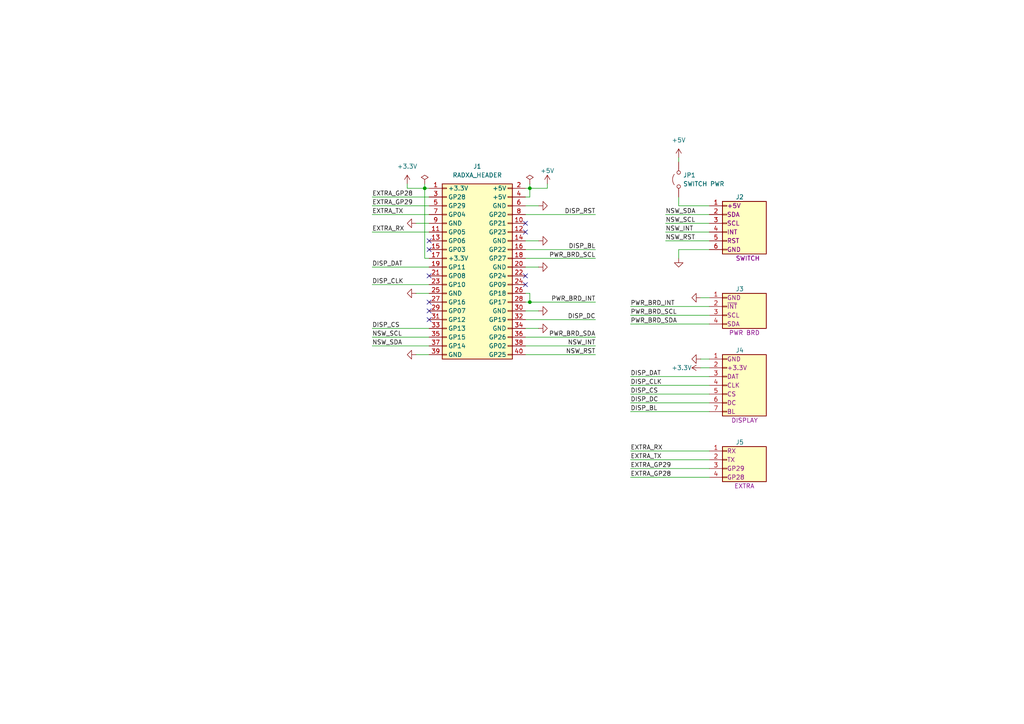
<source format=kicad_sch>
(kicad_sch (version 20231120) (generator "eeschema") (generator_version "8.0")
  (paper "A4")
  (lib_symbols
    (symbol "Jumper:Jumper_2_Open" (pin_numbers hide) (pin_names (offset 0) hide) (exclude_from_sim yes)
      (property "Reference" "JP" (at 0 2.794 0))
      (property "Value" "Jumper_2_Open" (at 0 -2.286 0))
      (symbol "Jumper_2_Open_0_0"
        (circle (center -2.032 0) (radius 0.508))
        (circle (center 2.032 0) (radius 0.508))
      )
      (symbol "Jumper_2_Open_0_1"
        (arc (start 1.524 1.27) (mid 0 1.778) (end -1.524 1.27))
      )
      (symbol "Jumper_2_Open_1_1"
        (pin passive line (at -5.08 0 0) (length 2.54) (name "A") (number "1"))
        (pin passive line (at 5.08 0 180) (length 2.54) (name "B") (number "2"))
      )
    )
    (symbol "conn:Conn_01x04" (pin_names (offset 1.016) hide)
      (property "Reference" "J" (at 0 5.08 0))
      (property "Purpose Pin1" "PIN 1" (at 0 2.54 0))
      (property "Purpose Pin2" "PIN 2" (at 0 -2.54 0))
      (property "Purpose Pin3" "PIN 3" (at 0 0 0))
      (property "Purpose Pin4" "PIN 4" (at 0 -5.08 0))
      (property "Purpose" "Header" (at 7.62 5.08 0))
      (symbol "Conn_01x04_1_1"
        (rectangle (start -1.27 -4.953) (end 0 -5.207) (stroke (width 0.1524)))
        (rectangle (start -1.27 -2.413) (end 0 -2.667) (stroke (width 0.1524)))
        (rectangle (start -1.27 0.127) (end 0 -0.127) (stroke (width 0.1524)))
        (rectangle (start -1.27 2.667) (end 0 2.413) (stroke (width 0.1524)))
        (rectangle (start -1.27 3.81) (end 11.43 -6.35) (stroke (width 0.254)) (fill (type background)))
        (pin passive line (at -5.08 2.54 0) (length 3.81) (name "Pin_1") (number "1"))
        (pin passive line (at -5.08 0 0) (length 3.81) (name "Pin_2") (number "2"))
        (pin passive line (at -5.08 -2.54 0) (length 3.81) (name "Pin_3") (number "3"))
        (pin passive line (at -5.08 -5.08 0) (length 3.81) (name "Pin_4") (number "4"))
      )
    )
    (symbol "conn:Conn_01x06" (pin_names (offset 1.016) hide)
      (property "Reference" "J" (at 0 5.08 0))
      (property "Purpose Pin1" "PIN 1" (at 0 2.54 0))
      (property "Purpose Pin2" "PIN 2" (at 0 -2.54 0))
      (property "Purpose Pin3" "PIN 3" (at 0 0 0))
      (property "Purpose Pin4" "PIN 4" (at 0 -5.08 0))
      (property "Purpose Pin5" "PIN 5" (at 0 -7.62 0))
      (property "Purpose Pin6" "PIN 6" (at 0 -10.16 0))
      (property "Purpose" "Header" (at 7.62 5.08 0))
      (symbol "Conn_01x06_1_1"
        (rectangle (start -1.27 -10.033) (end 0 -10.287) (stroke (width 0.1524)))
        (rectangle (start -1.27 -7.493) (end 0 -7.747) (stroke (width 0.1524)))
        (rectangle (start -1.27 -4.953) (end 0 -5.207) (stroke (width 0.1524)))
        (rectangle (start -1.27 -2.413) (end 0 -2.667) (stroke (width 0.1524)))
        (rectangle (start -1.27 0.127) (end 0 -0.127) (stroke (width 0.1524)))
        (rectangle (start -1.27 2.667) (end 0 2.413) (stroke (width 0.1524)))
        (rectangle (start -1.27 3.81) (end 11.43 -11.43) (stroke (width 0.254)) (fill (type background)))
        (pin passive line (at -5.08 2.54 0) (length 3.81) (name "Pin_1") (number "1"))
        (pin passive line (at -5.08 0 0) (length 3.81) (name "Pin_2") (number "2"))
        (pin passive line (at -5.08 -2.54 0) (length 3.81) (name "Pin_3") (number "3"))
        (pin passive line (at -5.08 -5.08 0) (length 3.81) (name "Pin_4") (number "4"))
        (pin passive line (at -5.08 -7.62 0) (length 3.81) (name "Pin_5") (number "5"))
        (pin passive line (at -5.08 -10.16 0) (length 3.81) (name "Pin_6") (number "6"))
      )
    )
    (symbol "conn:Conn_01x07" (pin_names (offset 1.016) hide)
      (property "Reference" "J" (at 0 5.08 0))
      (property "Purpose Pin1" "PIN 1" (at 0 2.54 0))
      (property "Purpose Pin2" "PIN 2" (at 0 -2.54 0))
      (property "Purpose Pin3" "PIN 3" (at 0 0 0))
      (property "Purpose Pin4" "PIN 4" (at 0 -5.08 0))
      (property "Purpose Pin5" "PIN 5" (at 0 -7.62 0))
      (property "Purpose Pin6" "PIN 6" (at 0 -10.16 0))
      (property "Purpose Pin7" "PIN 7" (at 0 -12.7 0))
      (property "Purpose" "Header" (at 7.62 5.08 0))
      (symbol "Conn_01x07_1_1"
        (rectangle (start -1.27 -12.573) (end 0 -12.827) (stroke (width 0.1524)))
        (rectangle (start -1.27 -10.033) (end 0 -10.287) (stroke (width 0.1524)))
        (rectangle (start -1.27 -7.493) (end 0 -7.747) (stroke (width 0.1524)))
        (rectangle (start -1.27 -4.953) (end 0 -5.207) (stroke (width 0.1524)))
        (rectangle (start -1.27 -2.413) (end 0 -2.667) (stroke (width 0.1524)))
        (rectangle (start -1.27 0.127) (end 0 -0.127) (stroke (width 0.1524)))
        (rectangle (start -1.27 2.667) (end 0 2.413) (stroke (width 0.1524)))
        (rectangle (start -1.27 3.81) (end 11.43 -13.97) (stroke (width 0.254)) (fill (type background)))
        (pin passive line (at -5.08 2.54 0) (length 3.81) (name "Pin_1") (number "1"))
        (pin passive line (at -5.08 0 0) (length 3.81) (name "Pin_2") (number "2"))
        (pin passive line (at -5.08 -2.54 0) (length 3.81) (name "Pin_3") (number "3"))
        (pin passive line (at -5.08 -5.08 0) (length 3.81) (name "Pin_4") (number "4"))
        (pin passive line (at -5.08 -7.62 0) (length 3.81) (name "Pin_5") (number "5"))
        (pin passive line (at -5.08 -10.16 0) (length 3.81) (name "Pin_6") (number "6"))
        (pin passive line (at -5.08 -12.7 0) (length 3.81) (name "Pin_7") (number "7"))
      )
    )
    (symbol "conn:radxa_header" (pin_names (offset 1.7))
      (property "Reference" "J" (at 1.27 25.4 0))
      (property "Value" "RADXA_HEADER" (at 1.27 -27.94 0))
      (symbol "radxa_header_1_1"
        (rectangle (start -10.16 -25.273) (end -8.89 -25.527) (stroke (width 0.1524)))
        (rectangle (start -10.16 -22.733) (end -8.89 -22.987) (stroke (width 0.1524)))
        (rectangle (start -10.16 -20.193) (end -8.89 -20.447) (stroke (width 0.1524)))
        (rectangle (start -10.16 -17.653) (end -8.89 -17.907) (stroke (width 0.1524)))
        (rectangle (start -10.16 -15.113) (end -8.89 -15.367) (stroke (width 0.1524)))
        (rectangle (start -10.16 -12.573) (end -8.89 -12.827) (stroke (width 0.1524)))
        (rectangle (start -10.16 -10.033) (end -8.89 -10.287) (stroke (width 0.1524)))
        (rectangle (start -10.16 -7.493) (end -8.89 -7.747) (stroke (width 0.1524)))
        (rectangle (start -10.16 -4.953) (end -8.89 -5.207) (stroke (width 0.1524)))
        (rectangle (start -10.16 -2.413) (end -8.89 -2.667) (stroke (width 0.1524)))
        (rectangle (start -10.16 0.127) (end -8.89 -0.127) (stroke (width 0.1524)))
        (rectangle (start -10.16 2.667) (end -8.89 2.413) (stroke (width 0.1524)))
        (rectangle (start -10.16 5.207) (end -8.89 4.953) (stroke (width 0.1524)))
        (rectangle (start -10.16 7.747) (end -8.89 7.493) (stroke (width 0.1524)))
        (rectangle (start -10.16 10.287) (end -8.89 10.033) (stroke (width 0.1524)))
        (rectangle (start -10.16 12.827) (end -8.89 12.573) (stroke (width 0.1524)))
        (rectangle (start -10.16 15.367) (end -8.89 15.113) (stroke (width 0.1524)))
        (rectangle (start -10.16 17.907) (end -8.89 17.653) (stroke (width 0.1524)))
        (rectangle (start -10.16 20.447) (end -8.89 20.193) (stroke (width 0.1524)))
        (rectangle (start -10.16 22.987) (end -8.89 22.733) (stroke (width 0.1524)))
        (rectangle (start -10.16 24.13) (end 10.16 -26.67) (stroke (width 0.254)) (fill (type background)))
        (rectangle (start 10.16 -25.273) (end 8.89 -25.527) (stroke (width 0.1524)))
        (rectangle (start 10.16 -22.733) (end 8.89 -22.987) (stroke (width 0.1524)))
        (rectangle (start 10.16 -20.193) (end 8.89 -20.447) (stroke (width 0.1524)))
        (rectangle (start 10.16 -17.653) (end 8.89 -17.907) (stroke (width 0.1524)))
        (rectangle (start 10.16 -15.113) (end 8.89 -15.367) (stroke (width 0.1524)))
        (rectangle (start 10.16 -12.573) (end 8.89 -12.827) (stroke (width 0.1524)))
        (rectangle (start 10.16 -10.033) (end 8.89 -10.287) (stroke (width 0.1524)))
        (rectangle (start 10.16 -7.493) (end 8.89 -7.747) (stroke (width 0.1524)))
        (rectangle (start 10.16 -4.953) (end 8.89 -5.207) (stroke (width 0.1524)))
        (rectangle (start 10.16 -2.413) (end 8.89 -2.667) (stroke (width 0.1524)))
        (rectangle (start 10.16 0.127) (end 8.89 -0.127) (stroke (width 0.1524)))
        (rectangle (start 10.16 2.667) (end 8.89 2.413) (stroke (width 0.1524)))
        (rectangle (start 10.16 5.207) (end 8.89 4.953) (stroke (width 0.1524)))
        (rectangle (start 10.16 7.747) (end 8.89 7.493) (stroke (width 0.1524)))
        (rectangle (start 10.16 10.287) (end 8.89 10.033) (stroke (width 0.1524)))
        (rectangle (start 10.16 12.827) (end 8.89 12.573) (stroke (width 0.1524)))
        (rectangle (start 10.16 15.367) (end 8.89 15.113) (stroke (width 0.1524)))
        (rectangle (start 10.16 17.907) (end 8.89 17.653) (stroke (width 0.1524)))
        (rectangle (start 10.16 20.447) (end 8.89 20.193) (stroke (width 0.1524)))
        (rectangle (start 10.16 22.987) (end 8.89 22.733) (stroke (width 0.1524)))
        (pin passive line (at -13.97 22.86 0) (length 3.81) (name "+3.3V") (number "1"))
        (pin passive line (at 13.97 12.7 180) (length 3.81) (name "GP21") (number "10"))
        (pin passive line (at -13.97 10.16 0) (length 3.81) (name "GP05") (number "11"))
        (pin passive line (at 13.97 10.16 180) (length 3.81) (name "GP23") (number "12"))
        (pin passive line (at -13.97 7.62 0) (length 3.81) (name "GP06") (number "13"))
        (pin passive line (at 13.97 7.62 180) (length 3.81) (name "GND") (number "14"))
        (pin passive line (at -13.97 5.08 0) (length 3.81) (name "GP03") (number "15"))
        (pin passive line (at 13.97 5.08 180) (length 3.81) (name "GP22") (number "16"))
        (pin passive line (at -13.97 2.54 0) (length 3.81) (name "+3.3V") (number "17"))
        (pin passive line (at 13.97 2.54 180) (length 3.81) (name "GP27") (number "18"))
        (pin passive line (at -13.97 0 0) (length 3.81) (name "GP11") (number "19"))
        (pin passive line (at 13.97 22.86 180) (length 3.81) (name "+5V") (number "2"))
        (pin passive line (at 13.97 0 180) (length 3.81) (name "GND") (number "20"))
        (pin passive line (at -13.97 -2.54 0) (length 3.81) (name "GP08") (number "21"))
        (pin passive line (at 13.97 -2.54 180) (length 3.81) (name "GP24") (number "22"))
        (pin passive line (at -13.97 -5.08 0) (length 3.81) (name "GP10") (number "23"))
        (pin passive line (at 13.97 -5.08 180) (length 3.81) (name "GP09") (number "24"))
        (pin passive line (at -13.97 -7.62 0) (length 3.81) (name "GND") (number "25"))
        (pin passive line (at 13.97 -7.62 180) (length 3.81) (name "GP18") (number "26"))
        (pin passive line (at -13.97 -10.16 0) (length 3.81) (name "GP16") (number "27"))
        (pin passive line (at 13.97 -10.16 180) (length 3.81) (name "GP17") (number "28"))
        (pin passive line (at -13.97 -12.7 0) (length 3.81) (name "GP07") (number "29"))
        (pin passive line (at -13.97 20.32 0) (length 3.81) (name "GP28") (number "3"))
        (pin passive line (at 13.97 -12.7 180) (length 3.81) (name "GND") (number "30"))
        (pin passive line (at -13.97 -15.24 0) (length 3.81) (name "GP12") (number "31"))
        (pin passive line (at 13.97 -15.24 180) (length 3.81) (name "GP19") (number "32"))
        (pin passive line (at -13.97 -17.78 0) (length 3.81) (name "GP13") (number "33"))
        (pin passive line (at 13.97 -17.78 180) (length 3.81) (name "GND") (number "34"))
        (pin passive line (at -13.97 -20.32 0) (length 3.81) (name "GP15") (number "35"))
        (pin passive line (at 13.97 -20.32 180) (length 3.81) (name "GP26") (number "36"))
        (pin passive line (at -13.97 -22.86 0) (length 3.81) (name "GP14") (number "37"))
        (pin passive line (at 13.97 -22.86 180) (length 3.81) (name "GP02") (number "38"))
        (pin passive line (at -13.97 -25.4 0) (length 3.81) (name "GND") (number "39"))
        (pin passive line (at 13.97 20.32 180) (length 3.81) (name "+5V") (number "4"))
        (pin passive line (at 13.97 -25.4 180) (length 3.81) (name "GP25") (number "40"))
        (pin passive line (at -13.97 17.78 0) (length 3.81) (name "GP29") (number "5"))
        (pin passive line (at 13.97 17.78 180) (length 3.81) (name "GND") (number "6"))
        (pin passive line (at -13.97 15.24 0) (length 3.81) (name "GP04") (number "7"))
        (pin passive line (at 13.97 15.24 180) (length 3.81) (name "GP20") (number "8"))
        (pin passive line (at -13.97 12.7 0) (length 3.81) (name "GND") (number "9"))
      )
    )
    (symbol "power:+3.3V" (power) (pin_numbers hide) (pin_names (offset 0) hide)
      (property "Value" "+3.3V" (at 0 3.556 0))
      (symbol "+3.3V_0_1"
        (polyline (pts (xy -0.762 1.27) (xy 0 2.54)))
        (polyline (pts (xy 0 0) (xy 0 2.54)))
        (polyline (pts (xy 0 2.54) (xy 0.762 1.27)))
      )
      (symbol "+3.3V_1_1"
        (pin power_in line (at 0 0 90) (length 0) (name "~") (number "1"))
      )
    )
    (symbol "power:+5V" (power) (pin_numbers hide) (pin_names (offset 0) hide)
      (property "Value" "+5V" (at 0 3.556 0))
      (symbol "+5V_0_1"
        (polyline (pts (xy -0.762 1.27) (xy 0 2.54)))
        (polyline (pts (xy 0 0) (xy 0 2.54)))
        (polyline (pts (xy 0 2.54) (xy 0.762 1.27)))
      )
      (symbol "+5V_1_1"
        (pin power_in line (at 0 0 90) (length 0) (name "~") (number "1"))
      )
    )
    (symbol "power:GND" (power) (pin_numbers hide) (pin_names (offset 0) hide)
      (property "Value" "GND" (at 0 -3.81 0))
      (symbol "GND_0_1"
        (polyline (pts (xy 0 0) (xy 0 -1.27) (xy 1.27 -1.27) (xy 0 -2.54) (xy -1.27 -1.27) (xy 0 -1.27)))
      )
      (symbol "GND_1_1"
        (pin power_in line (at 0 0 270) (length 0) (name "~") (number "1"))
      )
    )
    (symbol "power:PWR_FLAG" (power) (pin_numbers hide) (pin_names (offset 0) hide)
      (property "Value" "PWR_FLAG" (at 0 3.81 0))
      (symbol "PWR_FLAG_0_0"
        (pin power_out line (at 0 0 90) (length 0) (name "~") (number "1"))
      )
      (symbol "PWR_FLAG_0_1"
        (polyline (pts (xy 0 0) (xy 0 1.27) (xy -1.016 1.905) (xy 0 2.54) (xy 1.016 1.905) (xy 0 1.27)))
      )
    )
  )
  (junction (at 153.67 54.61))
  (junction (at 153.67 87.63))
  (junction (at 123.19 54.61))
  (no_connect (at 124.46 72.39))
  (no_connect (at 124.46 80.01))
  (no_connect (at 152.4 80.01))
  (no_connect (at 124.46 69.85))
  (no_connect (at 152.4 82.55))
  (no_connect (at 152.4 64.77))
  (no_connect (at 124.46 90.17))
  (no_connect (at 124.46 92.71))
  (no_connect (at 152.4 67.31))
  (no_connect (at 124.46 87.63))
  (wire (pts (xy 120.65 102.87) (xy 124.46 102.87)))
  (wire (pts (xy 152.4 54.61) (xy 153.67 54.61)))
  (wire (pts (xy 182.88 91.44) (xy 205.74 91.44)))
  (wire (pts (xy 156.21 77.47) (xy 152.4 77.47)))
  (wire (pts (xy 203.2 106.68) (xy 205.74 106.68)))
  (wire (pts (xy 193.04 67.31) (xy 205.74 67.31)))
  (wire (pts (xy 152.4 72.39) (xy 172.72 72.39)))
  (wire (pts (xy 152.4 87.63) (xy 153.67 87.63)))
  (wire (pts (xy 182.88 138.43) (xy 205.74 138.43)))
  (wire (pts (xy 156.21 59.69) (xy 152.4 59.69)))
  (wire (pts (xy 182.88 111.76) (xy 205.74 111.76)))
  (wire (pts (xy 182.88 133.35) (xy 205.74 133.35)))
  (wire (pts (xy 182.88 130.81) (xy 205.74 130.81)))
  (wire (pts (xy 156.21 90.17) (xy 152.4 90.17)))
  (wire (pts (xy 196.85 72.39) (xy 205.74 72.39)))
  (wire (pts (xy 107.95 95.25) (xy 124.46 95.25)))
  (wire (pts (xy 107.95 77.47) (xy 124.46 77.47)))
  (wire (pts (xy 152.4 57.15) (xy 153.67 57.15)))
  (wire (pts (xy 153.67 54.61) (xy 153.67 53.34)))
  (wire (pts (xy 153.67 57.15) (xy 153.67 54.61)))
  (wire (pts (xy 107.95 100.33) (xy 124.46 100.33)))
  (wire (pts (xy 107.95 97.79) (xy 124.46 97.79)))
  (wire (pts (xy 152.4 62.23) (xy 172.72 62.23)))
  (wire (pts (xy 118.11 53.34) (xy 118.11 54.61)))
  (wire (pts (xy 123.19 54.61) (xy 123.19 74.93)))
  (wire (pts (xy 182.88 88.9) (xy 205.74 88.9)))
  (wire (pts (xy 182.88 93.98) (xy 205.74 93.98)))
  (wire (pts (xy 196.85 45.72) (xy 196.85 46.99)))
  (wire (pts (xy 107.95 57.15) (xy 124.46 57.15)))
  (wire (pts (xy 153.67 85.09) (xy 153.67 87.63)))
  (wire (pts (xy 193.04 62.23) (xy 205.74 62.23)))
  (wire (pts (xy 152.4 74.93) (xy 172.72 74.93)))
  (wire (pts (xy 107.95 67.31) (xy 124.46 67.31)))
  (wire (pts (xy 156.21 69.85) (xy 152.4 69.85)))
  (wire (pts (xy 182.88 109.22) (xy 205.74 109.22)))
  (wire (pts (xy 120.65 64.77) (xy 124.46 64.77)))
  (wire (pts (xy 152.4 85.09) (xy 153.67 85.09)))
  (wire (pts (xy 182.88 119.38) (xy 205.74 119.38)))
  (wire (pts (xy 193.04 64.77) (xy 205.74 64.77)))
  (wire (pts (xy 182.88 135.89) (xy 205.74 135.89)))
  (wire (pts (xy 118.11 54.61) (xy 123.19 54.61)))
  (wire (pts (xy 107.95 62.23) (xy 124.46 62.23)))
  (wire (pts (xy 152.4 97.79) (xy 172.72 97.79)))
  (wire (pts (xy 123.19 54.61) (xy 123.19 53.34)))
  (wire (pts (xy 153.67 87.63) (xy 172.72 87.63)))
  (wire (pts (xy 120.65 85.09) (xy 124.46 85.09)))
  (wire (pts (xy 196.85 59.69) (xy 205.74 59.69)))
  (wire (pts (xy 156.21 95.25) (xy 152.4 95.25)))
  (wire (pts (xy 124.46 54.61) (xy 123.19 54.61)))
  (wire (pts (xy 193.04 69.85) (xy 205.74 69.85)))
  (wire (pts (xy 153.67 54.61) (xy 158.75 54.61)))
  (wire (pts (xy 152.4 92.71) (xy 172.72 92.71)))
  (wire (pts (xy 158.75 53.34) (xy 158.75 54.61)))
  (wire (pts (xy 182.88 114.3) (xy 205.74 114.3)))
  (wire (pts (xy 182.88 116.84) (xy 205.74 116.84)))
  (wire (pts (xy 196.85 57.15) (xy 196.85 59.69)))
  (wire (pts (xy 107.95 82.55) (xy 124.46 82.55)))
  (wire (pts (xy 203.2 86.36) (xy 205.74 86.36)))
  (wire (pts (xy 152.4 100.33) (xy 172.72 100.33)))
  (wire (pts (xy 124.46 74.93) (xy 123.19 74.93)))
  (wire (pts (xy 196.85 72.39) (xy 196.85 74.93)))
  (wire (pts (xy 203.2 104.14) (xy 205.74 104.14)))
  (wire (pts (xy 107.95 59.69) (xy 124.46 59.69)))
  (wire (pts (xy 152.4 102.87) (xy 172.72 102.87)))
  (label "DISP_DC" (at 172.72 92.71 180))
  (label "DISP_RST" (at 172.72 62.23 180))
  (label "NSW_SCL" (at 193.04 64.77 0))
  (label "EXTRA_TX" (at 107.95 62.23 0))
  (label "NSW_SDA" (at 193.04 62.23 0))
  (label "NSW_INT" (at 172.72 100.33 180))
  (label "PWR_BRD_SDA" (at 182.88 93.98 0))
  (label "DISP_CLK" (at 182.88 111.76 0))
  (label "DISP_CS" (at 182.88 114.3 0))
  (label "DISP_BL" (at 182.88 119.38 0))
  (label "DISP_DAT" (at 107.95 77.47 0))
  (label "PWR_BRD_SCL" (at 172.72 74.93 180))
  (label "NSW_RST" (at 172.72 102.87 180))
  (label "NSW_SCL" (at 107.95 97.79 0))
  (label "EXTRA_GP28" (at 182.88 138.43 0))
  (label "DISP_DC" (at 182.88 116.84 0))
  (label "EXTRA_RX" (at 107.95 67.31 0))
  (label "DISP_CLK" (at 107.95 82.55 0))
  (label "PWR_BRD_SCL" (at 182.88 91.44 0))
  (label "PWR_BRD_INT" (at 172.72 87.63 180))
  (label "NSW_INT" (at 193.04 67.31 0))
  (label "DISP_CS" (at 107.95 95.25 0))
  (label "PWR_BRD_INT" (at 182.88 88.9 0))
  (label "EXTRA_GP29" (at 182.88 135.89 0))
  (label "DISP_BL" (at 172.72 72.39 180))
  (label "DISP_DAT" (at 182.88 109.22 0))
  (label "PWR_BRD_SDA" (at 172.72 97.79 180))
  (label "EXTRA_RX" (at 182.88 130.81 0))
  (label "NSW_SDA" (at 107.95 100.33 0))
  (label "NSW_RST" (at 193.04 69.85 0))
  (label "EXTRA_GP29" (at 107.95 59.69 0))
  (label "EXTRA_GP28" (at 107.95 57.15 0))
  (label "EXTRA_TX" (at 182.88 133.35 0))
  (symbol (lib_id "power:+5V") (at 196.85 45.72 0) (unit 1)
    (property "Reference" "#PWR011" (effects (hide yes)))
    (property "Value" "+5V" (at 196.85 40.64 0))
    (property "Description" "Power symbol creates a global label with name \"+5V\"" (effects (hide yes)))
  )
  (symbol (lib_id "power:GND") (at 156.21 59.69 90) (unit 1)
    (property "Reference" "#PWR05" (effects (hide yes)))
    (property "Value" "GND" (effects (hide yes)))
    (property "Description" "Power symbol creates a global label with name \"GND\" , ground" (effects (hide yes)))
  )
  (symbol (lib_id "power:GND") (at 203.2 86.36 270) (unit 1)
    (property "Reference" "#PWR013" (effects (hide yes)))
    (property "Value" "GND" (effects (hide yes)))
    (property "Description" "Power symbol creates a global label with name \"GND\" , ground" (effects (hide yes)))
  )
  (symbol (lib_id "conn:Conn_01x04") (at 210.82 88.9 0) (unit 1)
    (property "Reference" "J3" (at 213.36 83.82 0) (effects (justify left)))
    (property "Value" "Header_01x04" (effects (hide yes)))
    (property "Footprint" "Connector_MTA-100:mta100_01x4_P2.54_640455-4" (effects (hide yes)))
    (property "Purpose" "PWR BRD" (at 215.9 96.52 0))
    (property "Purpose Pin1" "GND" (at 210.82 86.36 0) (effects (justify left)))
    (property "Purpose Pin2" "~{INT}" (at 210.82 88.9 0) (effects (justify left)))
    (property "Purpose Pin3" "SCL" (at 210.82 91.44 0) (effects (justify left)))
    (property "Purpose Pin4" "SDA" (at 210.82 93.98 0) (effects (justify left)))
    (property "Shop" "https://eu.mouser.com/ProductDetail/TE-Connectivity-AMP/640456-4?qs=%2F35zJ5USjokX5rl%252BbVBc4g%3D%3D" (effects (hide yes)))
    (property "Part" "640456-4" (effects (hide yes)))
  )
  (symbol (lib_id "conn:Conn_01x07") (at 210.82 106.68 0) (unit 1)
    (property "Reference" "J4" (at 213.36 101.6 0) (effects (justify left)))
    (property "Value" "Header_01x06" (effects (hide yes)))
    (property "Footprint" "Connector_MTA-100:mta100_01x7_P2.54_640455-7" (effects (hide yes)))
    (property "Description" "Generic connector, single row, 01x06, script generated (kicad-library-utils/schlib/autogen/connector/)" (effects (hide yes)))
    (property "Purpose Pin1" "GND" (at 210.82 104.14 0) (effects (justify left)))
    (property "Purpose Pin2" "DAT" (at 210.82 109.22 0) (effects (justify left)))
    (property "Purpose Pin3" "+3.3V" (at 210.82 106.68 0) (effects (justify left)))
    (property "Purpose Pin4" "CLK" (at 210.82 111.76 0) (effects (justify left)))
    (property "Purpose Pin5" "CS" (at 210.82 114.3 0) (effects (justify left)))
    (property "Purpose Pin6" "DC" (at 210.82 116.84 0) (effects (justify left)))
    (property "Purpose Pin7" "BL" (at 210.82 119.38 0) (effects (justify left)))
    (property "Purpose" "DISPLAY" (at 212.09 121.92 0) (effects (justify left)))
  )
  (symbol (lib_id "Jumper:Jumper_2_Open") (at 196.85 52.07 90) (unit 1) (exclude_from_sim yes)
    (property "Reference" "JP1" (at 198.12 50.8 90) (effects (justify right)))
    (property "Value" "SWITCH PWR" (at 198.12 53.3399 90) (effects (justify right)))
    (property "Footprint" "Connector_PinHeader_2.54mm:PinHeader_1x02_P2.54mm_Vertical" (effects (hide yes)))
    (property "Description" "Header_Angled_2" (effects (hide yes)))
    (property "Part" "Header_Angled_2" (effects (hide yes)))
  )
  (symbol (lib_id "power:GND") (at 156.21 69.85 90) (unit 1)
    (property "Reference" "#PWR06" (effects (hide yes)))
    (property "Value" "GND" (effects (hide yes)))
    (property "Description" "Power symbol creates a global label with name \"GND\" , ground" (effects (hide yes)))
  )
  (symbol (lib_id "power:GND") (at 120.65 64.77 270) (unit 1)
    (property "Reference" "#PWR02" (effects (hide yes)))
    (property "Value" "GND" (effects (hide yes)))
    (property "Description" "Power symbol creates a global label with name \"GND\" , ground" (effects (hide yes)))
  )
  (symbol (lib_id "power:PWR_FLAG") (at 123.19 53.34 0) (unit 1)
    (property "Reference" "#FLG01" (effects (hide yes)))
    (property "Value" "PWR_FLAG" (effects (hide yes)))
    (property "Description" "Special symbol for telling ERC where power comes from" (effects (hide yes)))
  )
  (symbol (lib_id "power:+5V") (at 158.75 53.34 0) (unit 1)
    (property "Reference" "#PWR010" (effects (hide yes)))
    (property "Value" "+5V" (at 158.75 49.53 0))
    (property "Description" "Power symbol creates a global label with name \"+5V\"" (effects (hide yes)))
  )
  (symbol (lib_id "power:GND") (at 120.65 102.87 270) (unit 1)
    (property "Reference" "#PWR04" (effects (hide yes)))
    (property "Value" "GND" (effects (hide yes)))
    (property "Description" "Power symbol creates a global label with name \"GND\" , ground" (effects (hide yes)))
  )
  (symbol (lib_id "power:+3.3V") (at 118.11 53.34 0) (unit 1)
    (property "Reference" "#PWR01" (effects (hide yes)))
    (property "Value" "+3.3V" (at 118.11 48.26 0))
    (property "Description" "Power symbol creates a global label with name \"+3.3V\"" (effects (hide yes)))
  )
  (symbol (lib_id "power:GND") (at 156.21 77.47 90) (unit 1)
    (property "Reference" "#PWR07" (effects (hide yes)))
    (property "Value" "GND" (effects (hide yes)))
    (property "Description" "Power symbol creates a global label with name \"GND\" , ground" (effects (hide yes)))
  )
  (symbol (lib_id "conn:Conn_01x06") (at 210.82 62.23 0) (unit 1)
    (property "Reference" "J2" (at 213.36 57.15 0) (effects (justify left)))
    (property "Value" "Header_01x06" (effects (hide yes)))
    (property "Footprint" "Connector_MTA-100:mta100_01x6_P2.54_640455-6" (effects (hide yes)))
    (property "Description" "Generic connector, single row, 01x06, script generated (kicad-library-utils/schlib/autogen/connector/)" (effects (hide yes)))
    (property "Purpose Pin1" "+5V" (at 210.82 59.69 0) (effects (justify left)))
    (property "Purpose Pin2" "SCL" (at 210.82 64.77 0) (effects (justify left)))
    (property "Purpose Pin3" "SDA" (at 210.82 62.23 0) (effects (justify left)))
    (property "Purpose Pin4" "INT" (at 210.82 67.31 0) (effects (justify left)))
    (property "Purpose Pin5" "RST" (at 210.82 69.85 0) (effects (justify left)))
    (property "Purpose Pin6" "GND" (at 210.82 72.39 0) (effects (justify left)))
    (property "Purpose" "SWITCH" (at 213.36 74.93 0) (effects (justify left)))
  )
  (symbol (lib_id "power:PWR_FLAG") (at 153.67 53.34 0) (unit 1)
    (property "Reference" "#FLG02" (effects (hide yes)))
    (property "Value" "PWR_FLAG" (effects (hide yes)))
    (property "Description" "Special symbol for telling ERC where power comes from" (effects (hide yes)))
  )
  (symbol (lib_id "power:GND") (at 156.21 90.17 90) (unit 1)
    (property "Reference" "#PWR08" (effects (hide yes)))
    (property "Value" "GND" (effects (hide yes)))
    (property "Description" "Power symbol creates a global label with name \"GND\" , ground" (effects (hide yes)))
  )
  (symbol (lib_id "power:GND") (at 156.21 95.25 90) (unit 1)
    (property "Reference" "#PWR09" (effects (hide yes)))
    (property "Value" "GND" (effects (hide yes)))
    (property "Description" "Power symbol creates a global label with name \"GND\" , ground" (effects (hide yes)))
  )
  (symbol (lib_id "power:+3.3V") (at 203.2 106.68 90) (unit 1)
    (property "Reference" "#PWR015" (effects (hide yes)))
    (property "Value" "+3.3V" (at 200.66 106.68 90) (effects (justify left)))
    (property "Description" "Power symbol creates a global label with name \"+3.3V\"" (effects (hide yes)))
  )
  (symbol (lib_id "conn:radxa_header") (at 138.43 77.47 0) (unit 1)
    (property "Reference" "J1" (at 138.43 48.26 0))
    (property "Value" "RADXA_HEADER" (at 138.43 50.8 0))
    (property "Footprint" "Connector_PinSocket_2.54mm:PinSocket_2x20_P2.54mm_Vertical" (effects (hide yes)))
    (property "Description" "Generic connector, double row, 02x20, odd/even pin numbering scheme (row 1 odd numbers, row 2 even numbers), script generated (kicad-library-utils/schlib/autogen/connector/)" (effects (hide yes)))
  )
  (symbol (lib_id "power:GND") (at 196.85 74.93 0) (unit 1)
    (property "Reference" "#PWR012" (effects (hide yes)))
    (property "Value" "GND" (effects (hide yes)))
    (property "Description" "Power symbol creates a global label with name \"GND\" , ground" (effects (hide yes)))
  )
  (symbol (lib_id "power:GND") (at 203.2 104.14 270) (unit 1)
    (property "Reference" "#PWR014" (effects (hide yes)))
    (property "Value" "GND" (effects (hide yes)))
    (property "Description" "Power symbol creates a global label with name \"GND\" , ground" (effects (hide yes)))
  )
  (symbol (lib_id "power:GND") (at 120.65 85.09 270) (unit 1)
    (property "Reference" "#PWR03" (effects (hide yes)))
    (property "Value" "GND" (effects (hide yes)))
    (property "Description" "Power symbol creates a global label with name \"GND\" , ground" (effects (hide yes)))
  )
  (symbol (lib_id "conn:Conn_01x04") (at 210.82 133.35 0) (unit 1)
    (property "Reference" "J5" (at 213.36 128.27 0) (effects (justify left)))
    (property "Value" "Header_01x04" (effects (hide yes)))
    (property "Footprint" "Connector_MTA-100:mta100_01x4_P2.54_640455-4" (effects (hide yes)))
    (property "Purpose" "EXTRA" (at 215.9 140.97 0))
    (property "Purpose Pin1" "RX" (at 210.82 130.81 0) (effects (justify left)))
    (property "Purpose Pin2" "TX" (at 210.82 133.35 0) (effects (justify left)))
    (property "Purpose Pin3" "GP29" (at 210.82 135.89 0) (effects (justify left)))
    (property "Purpose Pin4" "GP28" (at 210.82 138.43 0) (effects (justify left)))
    (property "Shop" "https://eu.mouser.com/ProductDetail/TE-Connectivity-AMP/640456-4?qs=%2F35zJ5USjokX5rl%252BbVBc4g%3D%3D" (effects (hide yes)))
    (property "Part" "640456-4" (effects (hide yes)))
  )
)
</source>
